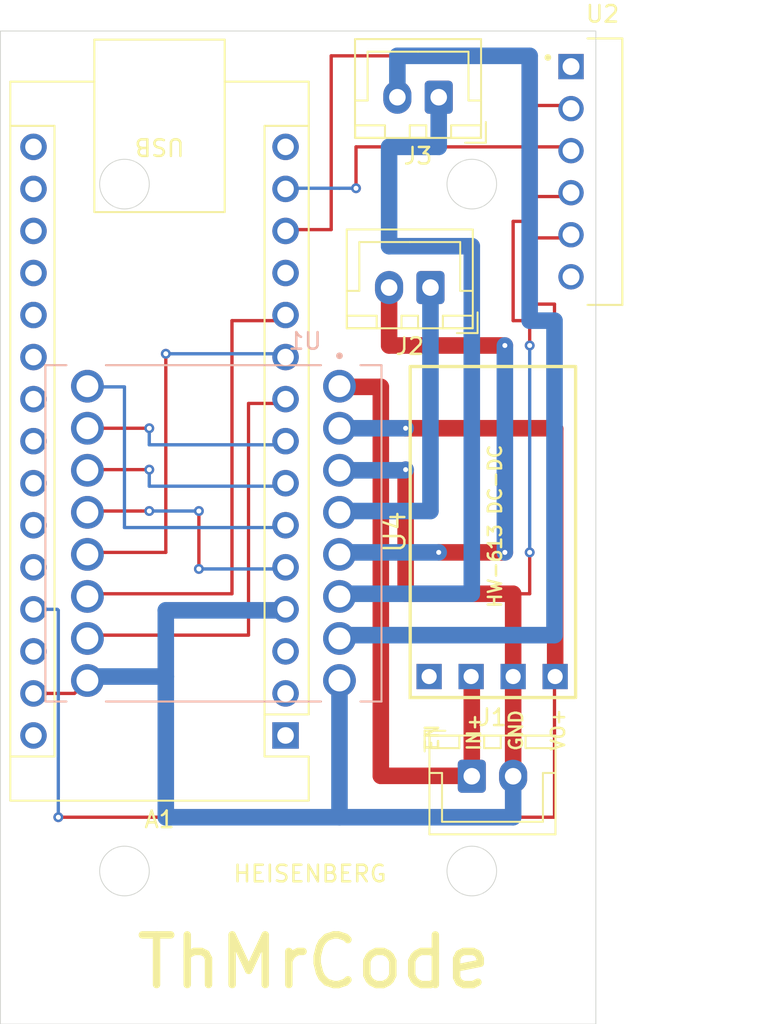
<source format=kicad_pcb>
(kicad_pcb (version 20240108) (generator "pcbnew") (generator_version "8.0")
  (layers (0 "F.Cu" signal) (31 "B.Cu" signal) (34 "B.Paste" user) (35 "F.Paste" user) (36 "B.SilkS" user "B.Silkscreen") (37 "F.SilkS" user "F.Silkscreen") (38 "B.Mask" user) (39 "F.Mask" user) (44 "Edge.Cuts" user))
  (net 0 "")
  (net 1 "HC05_TO_NANO")
  (net 2 "DIGITAL_CONTROL_BI1")
  (net 7 "DIGITAL_CONTROL_AI2")
  (net 9 "+5V")
  (net 10 "DIGITAL_CONTROL_BI2")
  (net 14 "DIGITAL_CONTROL_AI1")
  (net 17 "PWM_A")
  (net 18 "GND")
  (net 20 "STBY")
  (net 21 "NANO_TO_HC05")
  (net 27 "PWM_B")
  (net 30 "+12V")
  (net 31 "MOTOR_A01")
  (net 32 "MOTOR_A02")
  (net 33 "MOTOR_B01")
  (net 34 "MOTOR_B02")
  (footprint "Mini-Sumo:HW-613 DC-DC MODULE" (layer "F.Cu") (at 75.92 89 90)
    (property "Reference" "U4" (at 8.73 -2.078 90) (layer "F.SilkS") (effects (font (size 1.27 1.27))))
    (property "Value" "HW-613 DC-DC")
    (fp_rect (start -1.27 -1.143) (end 18.73 8.857) (stroke (width 0.2)) (fill none) (layer "F.SilkS"))
    (fp_text user "IN+" (at -4.572 2.248 90) (layer "F.SilkS") (effects (font (size 0.8 0.8)) (justify left top)))
    (fp_text user "HW-613 DC-DC" (at 4.064 3.518 90) (layer "F.SilkS") (effects (font (size 0.8 0.8)) (justify left top)))
    (fp_text user "GND" (at -4.572 4.788 90) (layer "F.SilkS") (effects (font (size 0.8 0.8)) (justify left top)))
    (fp_text user "VO+" (at -4.572 7.328 90) (layer "F.SilkS") (effects (font (size 0.8 0.8)) (justify left top)))
    (fp_text user "EN" (at -4.572 -0.292 90) (layer "F.SilkS") (effects (font (size 0.8 0.8)) (justify left top)))
    (pad "1" thru_hole rect (at 0 0 90) (size 1.524 1.524) (drill 0.9144) (layers "*.Cu" "*.Mask"))
    (pad "2" thru_hole rect (at 0 2.54 90) (size 1.524 1.524) (drill 0.9144) (layers "*.Cu" "*.Mask") (net 30 "+12V"))
    (pad "3" thru_hole rect (at 0 5.08 90) (size 1.524 1.524) (drill 0.9144) (layers "*.Cu" "*.Mask") (net 18 "GND"))
    (pad "4" thru_hole rect (at 0 7.62 90) (size 1.524 1.524) (drill 0.9144) (layers "*.Cu" "*.Mask") (net 9 "+5V"))
  )
  (footprint "Connector_JST:JST_XH_B2B-XH-A_1x02_P2.50mm_Vertical" (layer "F.Cu") (at 76.5 54 180)
    (property "Reference" "J3" (at 1.25 -3.55 0) (layer "F.SilkS"))
    (property "Value" "Conn_01x02_Pin")
    (fp_line (start 5.06 3.51) (end 5.06 -2.46) (stroke (width 0.12)) (layer "F.SilkS"))
    (fp_line (start 5.06 -2.46) (end -2.56 -2.46) (stroke (width 0.12)) (layer "F.SilkS"))
    (fp_line (start 5.05 -0.2) (end 4.3 -0.2) (stroke (width 0.12)) (layer "F.SilkS"))
    (fp_line (start 5.05 -1.7) (end 5.05 -2.45) (stroke (width 0.12)) (layer "F.SilkS"))
    (fp_line (start 5.05 -2.45) (end 3.25 -2.45) (stroke (width 0.12)) (layer "F.SilkS"))
    (fp_line (start 4.3 2.75) (end 1.25 2.75) (stroke (width 0.12)) (layer "F.SilkS"))
    (fp_line (start 4.3 -0.2) (end 4.3 2.75) (stroke (width 0.12)) (layer "F.SilkS"))
    (fp_line (start 3.25 -1.7) (end 5.05 -1.7) (stroke (width 0.12)) (layer "F.SilkS"))
    (fp_line (start 3.25 -2.45) (end 3.25 -1.7) (stroke (width 0.12)) (layer "F.SilkS"))
    (fp_line (start 1.75 -1.7) (end 1.75 -2.45) (stroke (width 0.12)) (layer "F.SilkS"))
    (fp_line (start 1.75 -2.45) (end 0.75 -2.45) (stroke (width 0.12)) (layer "F.SilkS"))
    (fp_line (start 0.75 -1.7) (end 1.75 -1.7) (stroke (width 0.12)) (layer "F.SilkS"))
    (fp_line (start 0.75 -2.45) (end 0.75 -1.7) (stroke (width 0.12)) (layer "F.SilkS"))
    (fp_line (start -0.75 -1.7) (end -0.75 -2.45) (stroke (width 0.12)) (layer "F.SilkS"))
    (fp_line (start -0.75 -2.45) (end -2.55 -2.45) (stroke (width 0.12)) (layer "F.SilkS"))
    (fp_line (start -1.6 -2.75) (end -2.85 -2.75) (stroke (width 0.12)) (layer "F.SilkS"))
    (fp_line (start -1.8 2.75) (end 1.25 2.75) (stroke (width 0.12)) (layer "F.SilkS"))
    (fp_line (start -1.8 -0.2) (end -1.8 2.75) (stroke (width 0.12)) (layer "F.SilkS"))
    (fp_line (start -2.55 -0.2) (end -1.8 -0.2) (stroke (width 0.12)) (layer "F.SilkS"))
    (fp_line (start -2.55 -1.7) (end -0.75 -1.7) (stroke (width 0.12)) (layer "F.SilkS"))
    (fp_line (start -2.55 -2.45) (end -2.55 -1.7) (stroke (width 0.12)) (layer "F.SilkS"))
    (fp_line (start -2.56 3.51) (end 5.06 3.51) (stroke (width 0.12)) (layer "F.SilkS"))
    (fp_line (start -2.56 -2.46) (end -2.56 3.51) (stroke (width 0.12)) (layer "F.SilkS"))
    (fp_line (start -2.85 -2.75) (end -2.85 -1.5) (stroke (width 0.12)) (layer "F.SilkS"))
    (pad "1" thru_hole roundrect (at 0 0 180) (size 1.7 2) (drill 1) (layers "*.Cu" "*.Mask") (roundrect_rratio 0.147059) (net 34 "MOTOR_B02"))
    (pad "2" thru_hole oval (at 2.5 0 180) (size 1.7 2) (drill 1) (layers "*.Cu" "*.Mask") (net 33 "MOTOR_B01"))
  )
  (footprint "Connector_JST:JST_XH_B2B-XH-A_1x02_P2.50mm_Vertical" (layer "F.Cu") (at 76 65.5 180)
    (property "Reference" "J2" (at 1.25 -3.55 0) (layer "F.SilkS"))
    (property "Value" "Conn_01x02_Pin")
    (fp_line (start 5.06 3.51) (end 5.06 -2.46) (stroke (width 0.12)) (layer "F.SilkS"))
    (fp_line (start 5.06 -2.46) (end -2.56 -2.46) (stroke (width 0.12)) (layer "F.SilkS"))
    (fp_line (start 5.05 -0.2) (end 4.3 -0.2) (stroke (width 0.12)) (layer "F.SilkS"))
    (fp_line (start 5.05 -1.7) (end 5.05 -2.45) (stroke (width 0.12)) (layer "F.SilkS"))
    (fp_line (start 5.05 -2.45) (end 3.25 -2.45) (stroke (width 0.12)) (layer "F.SilkS"))
    (fp_line (start 4.3 2.75) (end 1.25 2.75) (stroke (width 0.12)) (layer "F.SilkS"))
    (fp_line (start 4.3 -0.2) (end 4.3 2.75) (stroke (width 0.12)) (layer "F.SilkS"))
    (fp_line (start 3.25 -1.7) (end 5.05 -1.7) (stroke (width 0.12)) (layer "F.SilkS"))
    (fp_line (start 3.25 -2.45) (end 3.25 -1.7) (stroke (width 0.12)) (layer "F.SilkS"))
    (fp_line (start 1.75 -1.7) (end 1.75 -2.45) (stroke (width 0.12)) (layer "F.SilkS"))
    (fp_line (start 1.75 -2.45) (end 0.75 -2.45) (stroke (width 0.12)) (layer "F.SilkS"))
    (fp_line (start 0.75 -1.7) (end 1.75 -1.7) (stroke (width 0.12)) (layer "F.SilkS"))
    (fp_line (start 0.75 -2.45) (end 0.75 -1.7) (stroke (width 0.12)) (layer "F.SilkS"))
    (fp_line (start -0.75 -1.7) (end -0.75 -2.45) (stroke (width 0.12)) (layer "F.SilkS"))
    (fp_line (start -0.75 -2.45) (end -2.55 -2.45) (stroke (width 0.12)) (layer "F.SilkS"))
    (fp_line (start -1.6 -2.75) (end -2.85 -2.75) (stroke (width 0.12)) (layer "F.SilkS"))
    (fp_line (start -1.8 2.75) (end 1.25 2.75) (stroke (width 0.12)) (layer "F.SilkS"))
    (fp_line (start -1.8 -0.2) (end -1.8 2.75) (stroke (width 0.12)) (layer "F.SilkS"))
    (fp_line (start -2.55 -0.2) (end -1.8 -0.2) (stroke (width 0.12)) (layer "F.SilkS"))
    (fp_line (start -2.55 -1.7) (end -0.75 -1.7) (stroke (width 0.12)) (layer "F.SilkS"))
    (fp_line (start -2.55 -2.45) (end -2.55 -1.7) (stroke (width 0.12)) (layer "F.SilkS"))
    (fp_line (start -2.56 3.51) (end 5.06 3.51) (stroke (width 0.12)) (layer "F.SilkS"))
    (fp_line (start -2.56 -2.46) (end -2.56 3.51) (stroke (width 0.12)) (layer "F.SilkS"))
    (fp_line (start -2.85 -2.75) (end -2.85 -1.5) (stroke (width 0.12)) (layer "F.SilkS"))
    (pad "1" thru_hole roundrect (at 0 0 180) (size 1.7 2) (drill 1) (layers "*.Cu" "*.Mask") (roundrect_rratio 0.147059) (net 31 "MOTOR_A01"))
    (pad "2" thru_hole oval (at 2.5 0 180) (size 1.7 2) (drill 1) (layers "*.Cu" "*.Mask") (net 32 "MOTOR_A02"))
  )
  (footprint "Module:Arduino_Nano" (layer "F.Cu") (at 67.24 92.56 180)
    (property "Reference" "A1" (at 7.62 -5.08 0) (layer "F.SilkS"))
    (property "Value" "Arduino_Nano_v3.x")
    (fp_line (start 16.64 39.5) (end 16.64 -3.94) (stroke (width 0.12)) (layer "F.SilkS"))
    (fp_line (start 16.64 39.5) (end 11.56 39.5) (stroke (width 0.12)) (layer "F.SilkS"))
    (fp_line (start 16.64 -3.94) (end -1.4 -3.94) (stroke (width 0.12)) (layer "F.SilkS"))
    (fp_line (start 13.97 36.83) (end 16.64 36.83) (stroke (width 0.12)) (layer "F.SilkS"))
    (fp_line (start 13.97 -1.27) (end 16.64 -1.27) (stroke (width 0.12)) (layer "F.SilkS"))
    (fp_line (start 13.97 -1.27) (end 13.97 36.83) (stroke (width 0.12)) (layer "F.SilkS"))
    (fp_line (start 11.56 42.04) (end 3.68 42.04) (stroke (width 0.12)) (layer "F.SilkS"))
    (fp_line (start 11.56 31.62) (end 11.56 42.04) (stroke (width 0.12)) (layer "F.SilkS"))
    (fp_line (start 3.68 42.04) (end 3.68 31.62) (stroke (width 0.12)) (layer "F.SilkS"))
    (fp_line (start 3.68 31.62) (end 11.56 31.62) (stroke (width 0.12)) (layer "F.SilkS"))
    (fp_line (start 1.27 36.83) (end -1.4 36.83) (stroke (width 0.12)) (layer "F.SilkS"))
    (fp_line (start 1.27 1.27) (end 1.27 36.83) (stroke (width 0.12)) (layer "F.SilkS"))
    (fp_line (start 1.27 1.27) (end 1.27 -1.27) (stroke (width 0.12)) (layer "F.SilkS"))
    (fp_line (start 1.27 1.27) (end -1.4 1.27) (stroke (width 0.12)) (layer "F.SilkS"))
    (fp_line (start 1.27 -1.27) (end -1.4 -1.27) (stroke (width 0.12)) (layer "F.SilkS"))
    (fp_line (start -1.4 39.5) (end 3.68 39.5) (stroke (width 0.12)) (layer "F.SilkS"))
    (fp_line (start -1.4 1.27) (end -1.4 39.5) (stroke (width 0.12)) (layer "F.SilkS"))
    (fp_line (start -1.4 -3.94) (end -1.4 -1.27) (stroke (width 0.12)) (layer "F.SilkS"))
    (fp_text user "USB" (at 7.62 35.56 180) (layer "F.SilkS"))
    (pad "1" thru_hole rect (at 0 0 180) (size 1.6 1.6) (drill 1) (layers "*.Cu" "*.Mask"))
    (pad "2" thru_hole oval (at 0 2.54 180) (size 1.6 1.6) (drill 1) (layers "*.Cu" "*.Mask"))
    (pad "3" thru_hole oval (at 0 5.08 180) (size 1.6 1.6) (drill 1) (layers "*.Cu" "*.Mask"))
    (pad "4" thru_hole oval (at 0 7.62 180) (size 1.6 1.6) (drill 1) (layers "*.Cu" "*.Mask") (net 18 "GND"))
    (pad "5" thru_hole oval (at 0 10.16 180) (size 1.6 1.6) (drill 1) (layers "*.Cu" "*.Mask") (net 20 "STBY"))
    (pad "6" thru_hole oval (at 0 12.7 180) (size 1.6 1.6) (drill 1) (layers "*.Cu" "*.Mask") (net 17 "PWM_A"))
    (pad "7" thru_hole oval (at 0 15.24 180) (size 1.6 1.6) (drill 1) (layers "*.Cu" "*.Mask") (net 14 "DIGITAL_CONTROL_AI1"))
    (pad "8" thru_hole oval (at 0 17.78 180) (size 1.6 1.6) (drill 1) (layers "*.Cu" "*.Mask") (net 7 "DIGITAL_CONTROL_AI2"))
    (pad "9" thru_hole oval (at 0 20.32 180) (size 1.6 1.6) (drill 1) (layers "*.Cu" "*.Mask") (net 27 "PWM_B"))
    (pad "10" thru_hole oval (at 0 22.86 180) (size 1.6 1.6) (drill 1) (layers "*.Cu" "*.Mask") (net 2 "DIGITAL_CONTROL_BI1"))
    (pad "11" thru_hole oval (at 0 25.4 180) (size 1.6 1.6) (drill 1) (layers "*.Cu" "*.Mask") (net 10 "DIGITAL_CONTROL_BI2"))
    (pad "12" thru_hole oval (at 0 27.94 180) (size 1.6 1.6) (drill 1) (layers "*.Cu" "*.Mask"))
    (pad "13" thru_hole oval (at 0 30.48 180) (size 1.6 1.6) (drill 1) (layers "*.Cu" "*.Mask") (net 1 "HC05_TO_NANO"))
    (pad "14" thru_hole oval (at 0 33.02 180) (size 1.6 1.6) (drill 1) (layers "*.Cu" "*.Mask") (net 21 "NANO_TO_HC05"))
    (pad "15" thru_hole oval (at 0 35.56 180) (size 1.6 1.6) (drill 1) (layers "*.Cu" "*.Mask"))
    (pad "16" thru_hole oval (at 15.24 35.56 180) (size 1.6 1.6) (drill 1) (layers "*.Cu" "*.Mask"))
    (pad "17" thru_hole oval (at 15.24 33.02 180) (size 1.6 1.6) (drill 1) (layers "*.Cu" "*.Mask"))
    (pad "18" thru_hole oval (at 15.24 30.48 180) (size 1.6 1.6) (drill 1) (layers "*.Cu" "*.Mask"))
    (pad "19" thru_hole oval (at 15.24 27.94 180) (size 1.6 1.6) (drill 1) (layers "*.Cu" "*.Mask"))
    (pad "20" thru_hole oval (at 15.24 25.4 180) (size 1.6 1.6) (drill 1) (layers "*.Cu" "*.Mask"))
    (pad "21" thru_hole oval (at 15.24 22.86 180) (size 1.6 1.6) (drill 1) (layers "*.Cu" "*.Mask"))
    (pad "22" thru_hole oval (at 15.24 20.32 180) (size 1.6 1.6) (drill 1) (layers "*.Cu" "*.Mask"))
    (pad "23" thru_hole oval (at 15.24 17.78 180) (size 1.6 1.6) (drill 1) (layers "*.Cu" "*.Mask"))
    (pad "24" thru_hole oval (at 15.24 15.24 180) (size 1.6 1.6) (drill 1) (layers "*.Cu" "*.Mask"))
    (pad "25" thru_hole oval (at 15.24 12.7 180) (size 1.6 1.6) (drill 1) (layers "*.Cu" "*.Mask"))
    (pad "26" thru_hole oval (at 15.24 10.16 180) (size 1.6 1.6) (drill 1) (layers "*.Cu" "*.Mask"))
    (pad "27" thru_hole oval (at 15.24 7.62 180) (size 1.6 1.6) (drill 1) (layers "*.Cu" "*.Mask") (net 9 "+5V"))
    (pad "28" thru_hole oval (at 15.24 5.08 180) (size 1.6 1.6) (drill 1) (layers "*.Cu" "*.Mask"))
    (pad "29" thru_hole oval (at 15.24 2.54 180) (size 1.6 1.6) (drill 1) (layers "*.Cu" "*.Mask") (net 18 "GND"))
    (pad "30" thru_hole oval (at 15.24 0 180) (size 1.6 1.6) (drill 1) (layers "*.Cu" "*.Mask"))
  )
  (footprint "Mini-Sumo:MODULE_ZC142200" (layer "F.Cu") (at 84.5 58.5)
    (property "Reference" "U2" (at 1.905 -9.525 360) (layer "F.SilkS"))
    (property "Value" "ZC142200")
    (fp_line (start 1 -8.05) (end 3.1 -8.05) (stroke (width 0.127)) (layer "F.SilkS"))
    (fp_line (start 3.1 -8.05) (end 3.1 8.05) (stroke (width 0.127)) (layer "F.SilkS"))
    (fp_line (start 3.1 8.05) (end 1 8.05) (stroke (width 0.127)) (layer "F.SilkS"))
    (fp_circle (center -1.4 -6.9) (end -1.3 -6.9) (stroke (width 0.2)) (fill none) (layer "F.SilkS"))
    (pad "1" thru_hole rect (at 0 -6.35) (size 1.53 1.53) (drill 1.02) (layers "*.Cu" "*.Mask"))
    (pad "2" thru_hole circle (at 0 -3.81) (size 1.53 1.53) (drill 1.02) (layers "*.Cu" "*.Mask") (net 1 "HC05_TO_NANO"))
    (pad "3" thru_hole circle (at 0 -1.27) (size 1.53 1.53) (drill 1.02) (layers "*.Cu" "*.Mask") (net 21 "NANO_TO_HC05"))
    (pad "4" thru_hole circle (at 0 1.27) (size 1.53 1.53) (drill 1.02) (layers "*.Cu" "*.Mask") (net 18 "GND"))
    (pad "5" thru_hole circle (at 0 3.81) (size 1.53 1.53) (drill 1.02) (layers "*.Cu" "*.Mask") (net 9 "+5V"))
    (pad "6" thru_hole circle (at 0 6.35) (size 1.53 1.53) (drill 1.02) (layers "*.Cu" "*.Mask"))
  )
  (footprint "Connector_JST:JST_XH_B2B-XH-A_1x02_P2.50mm_Vertical" (layer "F.Cu") (at 78.5 95.025)
    (property "Reference" "J1" (at 1.25 -3.55 0) (layer "F.SilkS"))
    (property "Value" "Conn_01x02_Pin")
    (fp_line (start -2.85 -2.75) (end -2.85 -1.5) (stroke (width 0.12)) (layer "F.SilkS"))
    (fp_line (start -2.56 -2.46) (end -2.56 3.51) (stroke (width 0.12)) (layer "F.SilkS"))
    (fp_line (start -2.56 3.51) (end 5.06 3.51) (stroke (width 0.12)) (layer "F.SilkS"))
    (fp_line (start -2.55 -2.45) (end -2.55 -1.7) (stroke (width 0.12)) (layer "F.SilkS"))
    (fp_line (start -2.55 -1.7) (end -0.75 -1.7) (stroke (width 0.12)) (layer "F.SilkS"))
    (fp_line (start -2.55 -0.2) (end -1.8 -0.2) (stroke (width 0.12)) (layer "F.SilkS"))
    (fp_line (start -1.8 -0.2) (end -1.8 2.75) (stroke (width 0.12)) (layer "F.SilkS"))
    (fp_line (start -1.8 2.75) (end 1.25 2.75) (stroke (width 0.12)) (layer "F.SilkS"))
    (fp_line (start -1.6 -2.75) (end -2.85 -2.75) (stroke (width 0.12)) (layer "F.SilkS"))
    (fp_line (start -0.75 -2.45) (end -2.55 -2.45) (stroke (width 0.12)) (layer "F.SilkS"))
    (fp_line (start -0.75 -1.7) (end -0.75 -2.45) (stroke (width 0.12)) (layer "F.SilkS"))
    (fp_line (start 0.75 -2.45) (end 0.75 -1.7) (stroke (width 0.12)) (layer "F.SilkS"))
    (fp_line (start 0.75 -1.7) (end 1.75 -1.7) (stroke (width 0.12)) (layer "F.SilkS"))
    (fp_line (start 1.75 -2.45) (end 0.75 -2.45) (stroke (width 0.12)) (layer "F.SilkS"))
    (fp_line (start 1.75 -1.7) (end 1.75 -2.45) (stroke (width 0.12)) (layer "F.SilkS"))
    (fp_line (start 3.25 -2.45) (end 3.25 -1.7) (stroke (width 0.12)) (layer "F.SilkS"))
    (fp_line (start 3.25 -1.7) (end 5.05 -1.7) (stroke (width 0.12)) (layer "F.SilkS"))
    (fp_line (start 4.3 -0.2) (end 4.3 2.75) (stroke (width 0.12)) (layer "F.SilkS"))
    (fp_line (start 4.3 2.75) (end 1.25 2.75) (stroke (width 0.12)) (layer "F.SilkS"))
    (fp_line (start 5.05 -2.45) (end 3.25 -2.45) (stroke (width 0.12)) (layer "F.SilkS"))
    (fp_line (start 5.05 -1.7) (end 5.05 -2.45) (stroke (width 0.12)) (layer "F.SilkS"))
    (fp_line (start 5.05 -0.2) (end 4.3 -0.2) (stroke (width 0.12)) (layer "F.SilkS"))
    (fp_line (start 5.06 -2.46) (end -2.56 -2.46) (stroke (width 0.12)) (layer "F.SilkS"))
    (fp_line (start 5.06 3.51) (end 5.06 -2.46) (stroke (width 0.12)) (layer "F.SilkS"))
    (pad "1" thru_hole roundrect (at 0 0) (size 1.7 2) (drill 1) (layers "*.Cu" "*.Mask") (roundrect_rratio 0.147059) (net 30 "+12V"))
    (pad "2" thru_hole oval (at 2.5 0) (size 1.7 2) (drill 1) (layers "*.Cu" "*.Mask") (net 18 "GND"))
  )
  (footprint "Mini-Sumo:MODULE_ROB-14450" (layer "B.Cu") (at 62.88 80.35 180)
    (property "Reference" "U1" (at -5.5332 11.6132 360) (layer "B.SilkS") (effects (justify mirror)))
    (property "Value" "ROB-14450")
    (fp_line (start 10.16 10.16) (end 10.16 -10.16) (stroke (width 0.127)) (layer "B.SilkS"))
    (fp_line (start 10.16 10.16) (end 8.89 10.16) (stroke (width 0.127)) (layer "B.SilkS"))
    (fp_line (start 10.16 -10.16) (end 8.89 -10.16) (stroke (width 0.127)) (layer "B.SilkS"))
    (fp_line (start 6.5 10.16) (end -6.5 10.16) (stroke (width 0.127)) (layer "B.SilkS"))
    (fp_line (start 6.5 -10.16) (end -6.5 -10.16) (stroke (width 0.127)) (layer "B.SilkS"))
    (fp_line (start -10.16 10.16) (end -8.89 10.16) (stroke (width 0.127)) (layer "B.SilkS"))
    (fp_line (start -10.16 -10.16) (end -8.89 -10.16) (stroke (width 0.127)) (layer "B.SilkS"))
    (fp_line (start -10.16 -10.16) (end -10.16 10.16) (stroke (width 0.127)) (layer "B.SilkS"))
    (fp_circle (center -7.62 10.7282) (end -7.52 10.7282) (stroke (width 0.2)) (fill none) (layer "B.SilkS"))
    (pad "1" thru_hole circle (at -7.62 8.89 180) (size 1.98 1.98) (drill 1.32) (layers "*.Cu" "*.Mask") (net 30 "+12V"))
    (pad "2" thru_hole circle (at -7.62 6.35 180) (size 1.98 1.98) (drill 1.32) (layers "*.Cu" "*.Mask") (net 9 "+5V"))
    (pad "3" thru_hole circle (at -7.62 3.81 180) (size 1.98 1.98) (drill 1.32) (layers "*.Cu" "*.Mask") (net 18 "GND"))
    (pad "4" thru_hole circle (at -7.62 1.27 180) (size 1.98 1.98) (drill 1.32) (layers "*.Cu" "*.Mask") (net 31 "MOTOR_A01"))
    (pad "5" thru_hole circle (at -7.62 -1.27 180) (size 1.98 1.98) (drill 1.32) (layers "*.Cu" "*.Mask") (net 32 "MOTOR_A02"))
    (pad "6" thru_hole circle (at -7.62 -3.81 180) (size 1.98 1.98) (drill 1.32) (layers "*.Cu" "*.Mask") (net 34 "MOTOR_B02"))
    (pad "7" thru_hole circle (at -7.62 -6.35 180) (size 1.98 1.98) (drill 1.32) (layers "*.Cu" "*.Mask") (net 33 "MOTOR_B01"))
    (pad "8" thru_hole circle (at -7.62 -8.89 180) (size 1.98 1.98) (drill 1.32) (layers "*.Cu" "*.Mask") (net 18 "GND"))
    (pad "9" thru_hole circle (at 7.62 -8.89 180) (size 1.98 1.98) (drill 1.32) (layers "*.Cu" "*.Mask") (net 18 "GND"))
    (pad "10" thru_hole circle (at 7.62 -6.35 180) (size 1.98 1.98) (drill 1.32) (layers "*.Cu" "*.Mask") (net 27 "PWM_B"))
    (pad "11" thru_hole circle (at 7.62 -3.81 180) (size 1.98 1.98) (drill 1.32) (layers "*.Cu" "*.Mask") (net 10 "DIGITAL_CONTROL_BI2"))
    (pad "12" thru_hole circle (at 7.62 -1.27 180) (size 1.98 1.98) (drill 1.32) (layers "*.Cu" "*.Mask") (net 2 "DIGITAL_CONTROL_BI1"))
    (pad "13" thru_hole circle (at 7.62 1.27 180) (size 1.98 1.98) (drill 1.32) (layers "*.Cu" "*.Mask") (net 20 "STBY"))
    (pad "14" thru_hole circle (at 7.62 3.81 180) (size 1.98 1.98) (drill 1.32) (layers "*.Cu" "*.Mask") (net 14 "DIGITAL_CONTROL_AI1"))
    (pad "15" thru_hole circle (at 7.62 6.35 180) (size 1.98 1.98) (drill 1.32) (layers "*.Cu" "*.Mask") (net 7 "DIGITAL_CONTROL_AI2"))
    (pad "16" thru_hole circle (at 7.62 8.89 180) (size 1.98 1.98) (drill 1.32) (layers "*.Cu" "*.Mask") (net 17 "PWM_A"))
  )
  (gr_circle (center 57.5 100.75) (end 59 100.75) (stroke (width 0.05)) (fill none) (layer "Edge.Cuts"))
  (gr_circle (center 78.5 59.25) (end 80 59.25) (stroke (width 0.05)) (fill none) (layer "Edge.Cuts"))
  (gr_circle (center 57.5 59.25) (end 59 59.25) (stroke (width 0.05)) (fill none) (layer "Edge.Cuts"))
  (gr_rect (start 50 50) (end 86 110) (stroke (width 0.05)) (fill none) (layer "Edge.Cuts"))
  (gr_circle (center 78.5 100.75) (end 80 100.75) (stroke (width 0.05)) (fill none) (layer "Edge.Cuts"))
  (gr_text "ThMrCode" (at 58 108 0) (layer "F.SilkS") (effects (font (size 3 3) (thickness 0.45)) (justify left bottom)))
  (gr_text "HEISENBERG" (at 64 101.5 0) (layer "F.SilkS") (effects (font (size 1 1)) (justify left bottom)))
  (segment (start 82 51.5) (end 82 54.5) (width 0.2) (layer "F.Cu") (net 1))
  (segment (start 67.24 62.08) (end 67.32 62) (width 0.2) (layer "F.Cu") (net 1))
  (segment (start 70 62) (end 70 51.5) (width 0.2) (layer "F.Cu") (net 1))
  (segment (start 70 62) (end 67.32 62) (width 0.2) (layer "F.Cu") (net 1))
  (segment (start 70 51.5) (end 82 51.5) (width 0.2) (layer "F.Cu") (net 1))
  (segment (start 82 54.5) (end 84.31 54.5) (width 0.2) (layer "F.Cu") (net 1))
  (segment (start 84.31 54.5) (end 84.5 54.69) (width 0.2) (layer "F.Cu") (net 1))
  (segment (start 60 81.5) (end 55.38 81.5) (width 0.2) (layer "F.Cu") (net 2))
  (segment (start 55.38 81.5) (end 55.26 81.62) (width 0.2) (layer "F.Cu") (net 2))
  (segment (start 60 81.5) (end 60 69.5) (width 0.2) (layer "F.Cu") (net 2))
  (via (at 60 69.5) (size 0.6) (drill 0.3) (layers "F.Cu" "B.Cu") (net 2))
  (segment (start 60 69.5) (end 67.04 69.5) (width 0.2) (layer "B.Cu") (net 2))
  (segment (start 67.04 69.5) (end 67.24 69.7) (width 0.2) (layer "B.Cu") (net 2))
  (segment (start 55.26 74) (end 59 74) (width 0.2) (layer "F.Cu") (net 7))
  (via (at 59 74) (size 0.6) (drill 0.3) (layers "F.Cu" "B.Cu") (net 7))
  (segment (start 59 75) (end 67.02 75) (width 0.2) (layer "B.Cu") (net 7))
  (segment (start 67.02 75) (end 67.24 74.78) (width 0.2) (layer "B.Cu") (net 7))
  (segment (start 59 74) (end 59 75) (width 0.2) (layer "B.Cu") (net 7))
  (segment (start 83.5 74) (end 74.5 74) (width 1) (layer "F.Cu") (net 9))
  (segment (start 82 62.5) (end 84.31 62.5) (width 0.2) (layer "F.Cu") (net 9))
  (segment (start 84.31 62.5) (end 84.5 62.31) (width 0.2) (layer "F.Cu") (net 9))
  (segment (start 83.54 74.04) (end 83.5 74) (width 1) (layer "F.Cu") (net 9))
  (segment (start 53.5 97.5) (end 83.5 97.5) (width 0.2) (layer "F.Cu") (net 9))
  (segment (start 83.5 89.04) (end 83.54 89) (width 0.2) (layer "F.Cu") (net 9))
  (segment (start 83.5 97.5) (end 83.5 89.04) (width 0.2) (layer "F.Cu") (net 9))
  (segment (start 83.54 89) (end 83.54 74.04) (width 1) (layer "F.Cu") (net 9))
  (segment (start 83.5 74) (end 83.5 66.5) (width 0.2) (layer "F.Cu") (net 9))
  (segment (start 83.5 66.5) (end 82 66.5) (width 0.2) (layer "F.Cu") (net 9))
  (segment (start 82 66.5) (end 82 62.5) (width 0.2) (layer "F.Cu") (net 9))
  (via (at 74.5 74) (size 0.6) (drill 0.3) (layers "F.Cu" "B.Cu") (net 9))
  (via (at 53.5 97.5) (size 0.6) (drill 0.3) (layers "F.Cu" "B.Cu") (net 9))
  (segment (start 53.44 84.94) (end 53.5 85) (width 0.2) (layer "B.Cu") (net 9))
  (segment (start 52 84.94) (end 53.44 84.94) (width 0.2) (layer "B.Cu") (net 9))
  (segment (start 53.5 85) (end 53.5 97.5) (width 0.2) (layer "B.Cu") (net 9))
  (segment (start 74.5 74) (end 70.5 74) (width 1) (layer "B.Cu") (net 9))
  (segment (start 83.5 89.04) (end 83.54 89) (width 1) (layer "B.Cu") (net 9))
  (segment (start 64 84) (end 55.42 84) (width 0.2) (layer "F.Cu") (net 10))
  (segment (start 64 84) (end 64 67.5) (width 0.2) (layer "F.Cu") (net 10))
  (segment (start 66.9 67.5) (end 67.24 67.16) (width 0.2) (layer "F.Cu") (net 10))
  (segment (start 55.42 84) (end 55.26 84.16) (width 0.2) (layer "F.Cu") (net 10))
  (segment (start 64 67.5) (end 66.9 67.5) (width 0.2) (layer "F.Cu") (net 10))
  (segment (start 59 76.5) (end 55.3 76.5) (width 0.2) (layer "F.Cu") (net 14))
  (segment (start 55.3 76.5) (end 55.26 76.54) (width 0.2) (layer "F.Cu") (net 14))
  (via (at 59 76.5) (size 0.6) (drill 0.3) (layers "F.Cu" "B.Cu") (net 14))
  (segment (start 59 76.5) (end 59 77.5) (width 0.2) (layer "B.Cu") (net 14))
  (segment (start 59 77.5) (end 67.06 77.5) (width 0.2) (layer "B.Cu") (net 14))
  (segment (start 67.06 77.5) (end 67.24 77.32) (width 0.2) (layer "B.Cu") (net 14))
  (segment (start 67.1 80) (end 67.24 79.86) (width 0.2) (layer "B.Cu") (net 17))
  (segment (start 55.3 71.5) (end 57.5 71.5) (width 0.2) (layer "B.Cu") (net 17))
  (segment (start 57.5 80) (end 67.1 80) (width 0.2) (layer "B.Cu") (net 17))
  (segment (start 57.5 71.5) (end 57.5 80) (width 0.2) (layer "B.Cu") (net 17))
  (segment (start 55.26 71.46) (end 55.3 71.5) (width 0.2) (layer "B.Cu") (net 17))
  (segment (start 82 60) (end 84.27 60) (width 0.2) (layer "F.Cu") (net 18))
  (segment (start 74.5 84) (end 74.5 76.5) (width 1) (layer "F.Cu") (net 18))
  (segment (start 81 95.025) (end 81 89) (width 1) (layer "F.Cu") (net 18))
  (segment (start 54.48 90.02) (end 55.26 89.24) (width 0.2) (layer "F.Cu") (net 18))
  (segment (start 81 84) (end 81 89) (width 1) (layer "F.Cu") (net 18))
  (segment (start 82 84) (end 82 81.5) (width 0.2) (layer "F.Cu") (net 18))
  (segment (start 82 61.5) (end 82 60) (width 0.2) (layer "F.Cu") (net 18))
  (segment (start 81 61.5) (end 82 61.5) (width 0.2) (layer "F.Cu") (net 18))
  (segment (start 52 90.02) (end 54.48 90.02) (width 0.2) (layer "F.Cu") (net 18))
  (segment (start 81 67.5) (end 81 61.5) (width 0.2) (layer "F.Cu") (net 18))
  (segment (start 82 69) (end 82 67.5) (width 0.2) (layer "F.Cu") (net 18))
  (segment (start 82 67.5) (end 81 67.5) (width 0.2) (layer "F.Cu") (net 18))
  (segment (start 81 84) (end 74.5 84) (width 1) (layer "F.Cu") (net 18))
  (segment (start 84.27 60) (end 84.5 59.77) (width 0.2) (layer "F.Cu") (net 18))
  (segment (start 82 84) (end 81 84) (width 0.2) (layer "F.Cu") (net 18))
  (via (at 82 69) (size 0.6) (drill 0.3) (layers "F.Cu" "B.Cu") (net 18))
  (via (at 74.5 76.5) (size 0.6) (drill 0.3) (layers "F.Cu" "B.Cu") (net 18))
  (via (at 82 81.5) (size 0.6) (drill 0.3) (layers "F.Cu" "B.Cu") (net 18))
  (segment (start 60 97.5) (end 81 97.5) (width 1) (layer "B.Cu") (net 18))
  (segment (start 60 89) (end 60 85) (width 1) (layer "B.Cu") (net 18))
  (segment (start 74.46 76.54) (end 70.5 76.54) (width 1) (layer "B.Cu") (net 18))
  (segment (start 74.5 76.5) (end 74.46 76.54) (width 1) (layer "B.Cu") (net 18))
  (segment (start 70.5 97.5) (end 70.5 89.24) (width 1) (layer "B.Cu") (net 18))
  (segment (start 81 97.5) (end 81 95.025) (width 1) (layer "B.Cu") (net 18))
  (segment (start 60 89) (end 55.5 89) (width 1) (layer "B.Cu") (net 18))
  (segment (start 60 85) (end 67.18 85) (width 1) (layer "B.Cu") (net 18))
  (segment (start 60 89) (end 60 97.5) (width 1) (layer "B.Cu") (net 18))
  (segment (start 55.5 89) (end 55.26 89.24) (width 1) (layer "B.Cu") (net 18))
  (segment (start 67.18 85) (end 67.24 84.94) (width 1) (layer "B.Cu") (net 18))
  (segment (start 82 81.5) (end 82 69) (width 0.2) (layer "B.Cu") (net 18))
  (segment (start 62 79) (end 62 82.5) (width 0.2) (layer "F.Cu") (net 20))
  (segment (start 58.5 79) (end 59 79) (width 0.2) (layer "F.Cu") (net 20))
  (segment (start 55.34 79) (end 55.26 79.08) (width 0.2) (layer "F.Cu") (net 20))
  (segment (start 58.5 79) (end 55.34 79) (width 0.2) (layer "F.Cu") (net 20))
  (via (at 59 79) (size 0.6) (drill 0.3) (layers "F.Cu" "B.Cu") (net 20))
  (via (at 62 79) (size 0.6) (drill 0.3) (layers "F.Cu" "B.Cu") (net 20))
  (via (at 62 82.5) (size 0.6) (drill 0.3) (layers "F.Cu" "B.Cu") (net 20))
  (segment (start 67.14 82.5) (end 67.24 82.4) (width 0.2) (layer "B.Cu") (net 20))
  (segment (start 59 79) (end 62 79) (width 0.2) (layer "B.Cu") (net 20))
  (segment (start 62 82.5) (end 67.14 82.5) (width 0.2) (layer "B.Cu") (net 20))
  (segment (start 71.5 59.5) (end 71.5 57) (width 0.2) (layer "F.Cu") (net 21))
  (segment (start 84.27 57) (end 84.5 57.23) (width 0.2) (layer "F.Cu") (net 21))
  (segment (start 67.24 59.54) (end 67.28 59.5) (width 0.2) (layer "F.Cu") (net 21))
  (segment (start 71.5 57) (end 84.27 57) (width 0.2) (layer "F.Cu") (net 21))
  (via (at 71.5 59.5) (size 0.6) (drill 0.3) (layers "F.Cu" "B.Cu") (net 21))
  (segment (start 67.28 59.5) (end 67.24 59.54) (width 0.2) (layer "B.Cu") (net 21))
  (segment (start 70.5 59.5) (end 71.5 59.5) (width 0.2) (layer "B.Cu") (net 21))
  (segment (start 70.5 59.5) (end 67.28 59.5) (width 0.2) (layer "B.Cu") (net 21))
  (segment (start 55.46 86.5) (end 55.26 86.7) (width 0.2) (layer "F.Cu") (net 27))
  (segment (start 65 86.5) (end 65 72.5) (width 0.2) (layer "F.Cu") (net 27))
  (segment (start 66.98 72.5) (end 67.24 72.24) (width 0.2) (layer "F.Cu") (net 27))
  (segment (start 65 86.5) (end 55.46 86.5) (width 0.2) (layer "F.Cu") (net 27))
  (segment (start 65 72.5) (end 66.98 72.5) (width 0.2) (layer "F.Cu") (net 27))
  (segment (start 78.475 95) (end 73 95) (width 1) (layer "F.Cu") (net 30))
  (segment (start 78.5 95.025) (end 78.5 89.04) (width 1) (layer "F.Cu") (net 30))
  (segment (start 73 95) (end 73 71.5) (width 1) (layer "F.Cu") (net 30))
  (segment (start 70.54 71.5) (end 70.5 71.46) (width 1) (layer "F.Cu") (net 30))
  (segment (start 73 71.5) (end 70.54 71.5) (width 1) (layer "F.Cu") (net 30))
  (segment (start 78.5 89.04) (end 78.46 89) (width 1) (layer "F.Cu") (net 30))
  (segment (start 78.5 95.025) (end 78.475 95) (width 1) (layer "F.Cu") (net 30))
  (segment (start 76 79) (end 76 65.5) (width 1) (layer "B.Cu") (net 31))
  (segment (start 70.5 79.08) (end 70.58 79) (width 1) (layer "B.Cu") (net 31))
  (segment (start 70.58 79) (end 76 79) (width 1) (layer "B.Cu") (net 31))
  (segment (start 80.5 69) (end 73.5 69) (width 1) (layer "F.Cu") (net 32))
  (segment (start 80.5 81.5) (end 76.5 81.5) (width 1) (layer "F.Cu") (net 32))
  (segment (start 70.62 81.5) (end 70.5 81.62) (width 1) (layer "F.Cu") (net 32))
  (segment (start 73.5 69) (end 73.5 65.5) (width 1) (layer "F.Cu") (net 32))
  (via (at 80.5 81.5) (size 0.6) (drill 0.3) (layers "F.Cu" "B.Cu") (net 32))
  (via (at 80.5 69) (size 0.6) (drill 0.3) (layers "F.Cu" "B.Cu") (net 32))
  (via (at 76.5 81.5) (size 0.6) (drill 0.3) (layers "F.Cu" "B.Cu") (net 32))
  (segment (start 76.5 81.5) (end 70.62 81.5) (width 1) (layer "B.Cu") (net 32))
  (segment (start 80.5 81.5) (end 80.5 69) (width 1) (layer "B.Cu") (net 32))
  (segment (start 70.62 81.5) (end 70.5 81.62) (width 1) (layer "B.Cu") (net 32))
  (segment (start 83.5 86.5) (end 83.5 67.5) (width 1) (layer "B.Cu") (net 33))
  (segment (start 70.7 86.5) (end 83.5 86.5) (width 1) (layer "B.Cu") (net 33))
  (segment (start 74 51.5) (end 74 54) (width 1) (layer "B.Cu") (net 33))
  (segment (start 82 51.5) (end 82 67.5) (width 1) (layer "B.Cu") (net 33))
  (segment (start 82 51.5) (end 74 51.5) (width 1) (layer "B.Cu") (net 33))
  (segment (start 70.5 86.7) (end 70.7 86.5) (width 1) (layer "B.Cu") (net 33))
  (segment (start 83.5 67.5) (end 82 67.5) (width 1) (layer "B.Cu") (net 33))
  (segment (start 78.5 84) (end 78.5 63) (width 1) (layer "B.Cu") (net 34))
  (segment (start 70.5 84.16) (end 70.66 84) (width 1) (layer "B.Cu") (net 34))
  (segment (start 76.5 57) (end 76.5 54) (width 1) (layer "B.Cu") (net 34))
  (segment (start 78.5 63) (end 73.5 63) (width 1) (layer "B.Cu") (net 34))
  (segment (start 73.5 63) (end 73.5 57) (width 1) (layer "B.Cu") (net 34))
  (segment (start 70.66 84) (end 78.5 84) (width 1) (layer "B.Cu") (net 34))
  (segment (start 73.5 57) (end 76.5 57) (width 1) (layer "B.Cu") (net 34))
)
</source>
